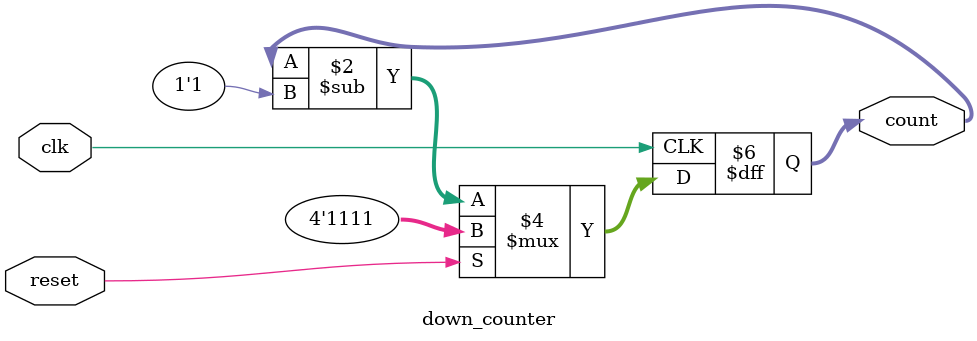
<source format=v>
module down_counter(
    input clk,          
    input reset,        
    output reg [3:0] count);

    always @(posedge clk) begin
        if (reset)
            count <= 4'b1111;        
        else
            count <= count - 1'b1; 
    end
endmodule

</source>
